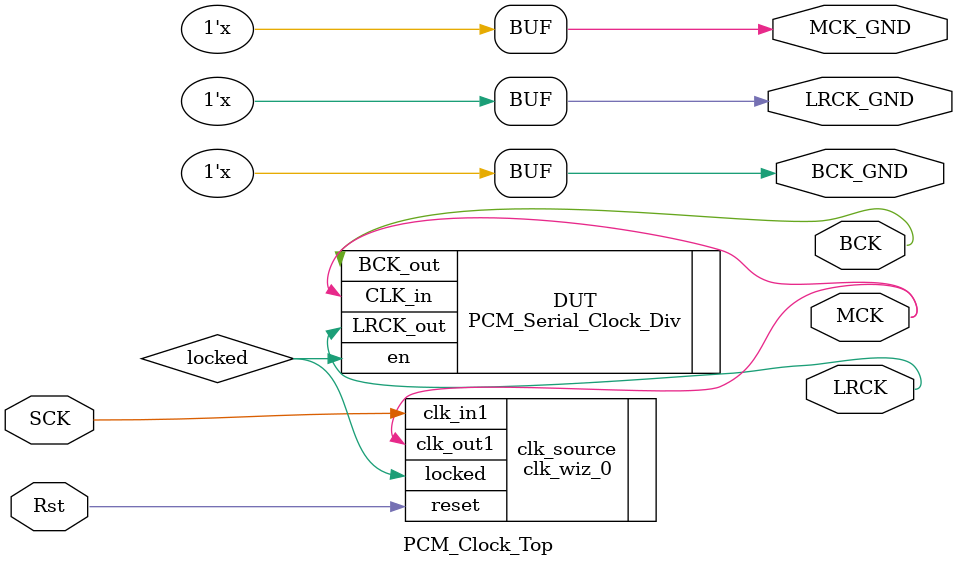
<source format=v>
`timescale 1ns / 1ps
`default_nettype none


module PCM_Clock_Top(
    input wire SCK,
    input wire Rst,
    
    output wire MCK,
    output wire MCK_GND,
    
    output wire BCK,
    output wire BCK_GND,
    
    output wire LRCK,
    output wire LRCK_GND
    );
    
    wire locked;
    
    clk_wiz_0 clk_source(.clk_in1(SCK), .clk_out1(MCK), .reset(Rst), .locked(locked));
    
    PCM_Serial_Clock_Div DUT(.CLK_in(MCK), .en(locked), .BCK_out(BCK), .LRCK_out(LRCK));
    
    assign MCK_GND = 1'bZ;
    assign BCK_GND = 1'bZ;
    assign LRCK_GND = 1'bZ;
    
endmodule

</source>
